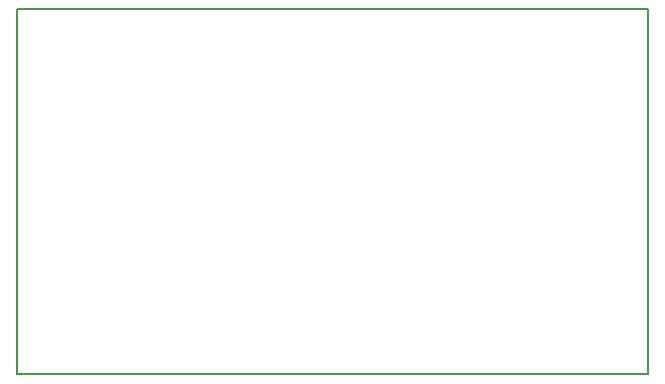
<source format=gbr>
G04 #@! TF.FileFunction,Profile,NP*
%FSLAX46Y46*%
G04 Gerber Fmt 4.6, Leading zero omitted, Abs format (unit mm)*
G04 Created by KiCad (PCBNEW 0.201509182046+6202~30~ubuntu15.04.1-product) date Mon 21 Sep 2015 15:06:14 BST*
%MOMM*%
G01*
G04 APERTURE LIST*
%ADD10C,0.100000*%
%ADD11C,0.150000*%
G04 APERTURE END LIST*
D10*
D11*
X179197000Y-60960000D02*
X173609000Y-60960000D01*
X179197000Y-91821000D02*
X179197000Y-60960000D01*
X125730000Y-91821000D02*
X179197000Y-91821000D01*
X125730000Y-60960000D02*
X125730000Y-91821000D01*
X173736000Y-60960000D02*
X125730000Y-60960000D01*
M02*

</source>
